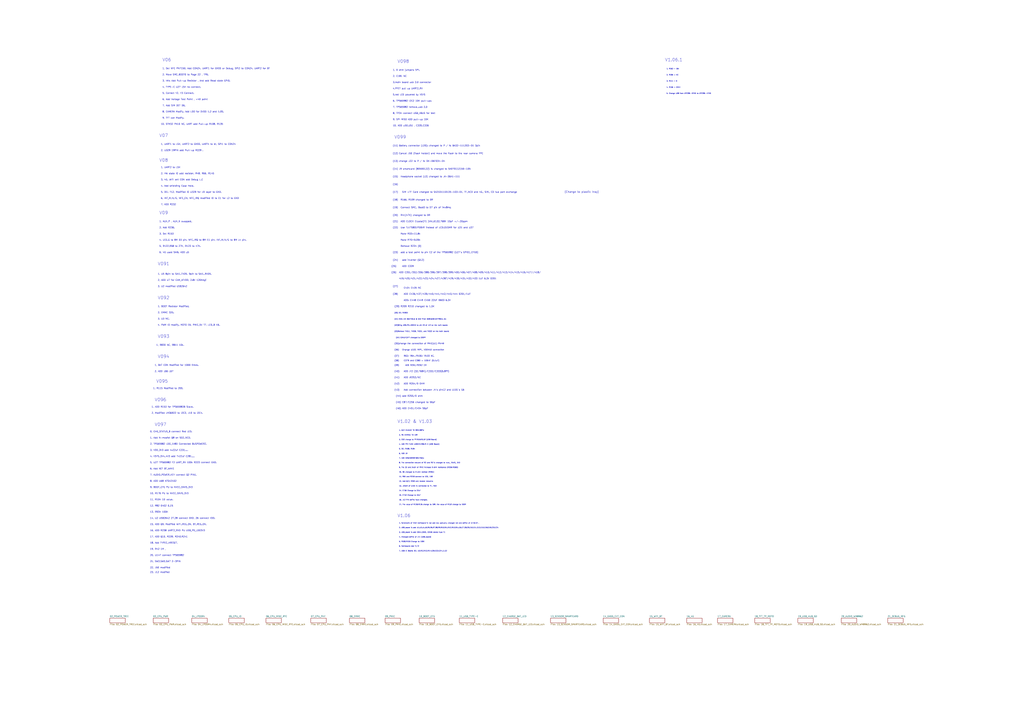
<source format=kicad_sch>
(kicad_sch
	(version 20250114)
	(generator "eeschema")
	(generator_version "9.0")
	(uuid "7ad6bc09-efbe-476e-83f0-a37c375fb717")
	(paper "A1")
	(title_block
		(title "Librem 5 Mainboard")
		(date "2024-03-21")
		(rev "v1.0.6.1")
		(company "Purism SPC")
		(comment 1 "GNU GPLv3+")
		(comment 2 "Copyright")
	)
	(lib_symbols)
	(text "V09"
		(exclude_from_sim no)
		(at 130.81 176.53 0)
		(effects
			(font
				(size 2.54 2.54)
			)
			(justify left bottom)
		)
		(uuid "03716f53-6ab5-431e-889f-8cf707f28526")
	)
	(text "12, R82 0402 0.1%"
		(exclude_from_sim no)
		(at 123.19 416.56 0)
		(effects
			(font
				(size 1.27 1.27)
			)
			(justify left bottom)
		)
		(uuid "04d97674-26c5-4379-8983-a0c0e8de6e31")
	)
	(text "R41(47K) changed to 0R"
		(exclude_from_sim no)
		(at 328.93 177.8 0)
		(effects
			(font
				(size 1.27 1.27)
			)
			(justify left bottom)
		)
		(uuid "05be52f8-4d44-46fe-bce9-6fd36c24f5bf")
	)
	(text "V091"
		(exclude_from_sim no)
		(at 129.54 218.44 0)
		(effects
			(font
				(size 2.54 2.54)
			)
			(justify left bottom)
		)
		(uuid "069986d1-9dc9-4007-bf30-7eb652b0cd3b")
	)
	(text "5,red LED powered by VSYS"
		(exclude_from_sim no)
		(at 322.58 78.74 0)
		(effects
			(font
				(size 1.27 1.27)
			)
			(justify left bottom)
		)
		(uuid "06e058d8-aaf9-4e47-8e0e-d6a0f7493841")
	)
	(text "6. Mainboard: Add T1,T2"
		(exclude_from_sim no)
		(at 327.66 449.58 0)
		(effects
			(font
				(size 0.889 0.889)
			)
			(justify left bottom)
		)
		(uuid "0ea15512-11f5-42dc-8b85-a07a85fb5cc8")
	)
	(text "16, ADD R238 UART2_RXD PU USB_PD_LDO3V3"
		(exclude_from_sim no)
		(at 123.19 436.88 0)
		(effects
			(font
				(size 1.27 1.27)
			)
			(justify left bottom)
		)
		(uuid "0ebf7795-d2dc-494a-8bfb-69e9a6ebd604")
	)
	(text "V1.06"
		(exclude_from_sim no)
		(at 326.39 425.45 0)
		(effects
			(font
				(size 2.54 2.54)
			)
			(justify left bottom)
		)
		(uuid "1363f284-7c56-4e9a-b1a3-da1b78ec81eb")
	)
	(text "2, ADD L66 L67"
		(exclude_from_sim no)
		(at 127 306.07 0)
		(effects
			(font
				(size 1.27 1.27)
			)
			(justify left bottom)
		)
		(uuid "199cd265-d43b-49e5-917d-7a353548e111")
	)
	(text "4, LED_G to 8M D3 pin. NFC_IRQ to 8M E1 pin, INT_M/A/G to 8M L4 pin."
		(exclude_from_sim no)
		(at 130.81 198.12 0)
		(effects
			(font
				(size 1.27 1.27)
			)
			(justify left bottom)
		)
		(uuid "1bc04c8e-561f-4ed7-b278-2f4a04da3da1")
	)
	(text "4, TYPE-C U27 LSX no connect."
		(exclude_from_sim no)
		(at 133.35 72.39 0)
		(effects
			(font
				(size 1.27 1.27)
			)
			(justify left bottom)
		)
		(uuid "1c502530-cbe4-4908-9272-fa4cc1684e1c")
	)
	(text "5, DEL F12, Modified IO U329 for L9 layer to GND."
		(exclude_from_sim no)
		(at 132.08 158.75 0)
		(effects
			(font
				(size 1.27 1.27)
			)
			(justify left bottom)
		)
		(uuid "1dd2559f-34ae-40dd-a173-4d9dd1a0c277")
	)
	(text "4, PWM IO modify. MOTO E6, PMIC_5V T7, LED_B K6."
		(exclude_from_sim no)
		(at 129.54 267.97 0)
		(effects
			(font
				(size 1.27 1.27)
			)
			(justify left bottom)
		)
		(uuid "21bd1461-36be-4c1c-9ec9-35c490a04b2b")
	)
	(text "6, INT_M/A/G, NFC_EN, NFC_IRQ modified IO to E1 for L2 to GND"
		(exclude_from_sim no)
		(at 132.08 163.83 0)
		(effects
			(font
				(size 1.27 1.27)
			)
			(justify left bottom)
		)
		(uuid "229d46a2-5a5e-4057-85f4-8f9cba4c058b")
	)
	(text "4. R136 = 22nH"
		(exclude_from_sim no)
		(at 547.37 72.39 0)
		(effects
			(font
				(size 0.889 0.889)
			)
			(justify left bottom)
		)
		(uuid "234f7ec3-206c-4791-b473-53ccd35460e5")
	)
	(text "R63/ R64,/R100/ R103 NC."
		(exclude_from_sim no)
		(at 331.47 293.37 0)
		(effects
			(font
				(size 1.143 1.143)
			)
			(justify left bottom)
		)
		(uuid "262a59bc-a5f4-4112-b7b2-1597b3b77218")
	)
	(text "(43)"
		(exclude_from_sim no)
		(at 323.85 321.31 0)
		(effects
			(font
				(size 1.27 1.27)
			)
			(justify left bottom)
		)
		(uuid "26fea5fe-902b-4f4c-ade9-df163e279f59")
	)
	(text "5. DEL R180, R184"
		(exclude_from_sim no)
		(at 327.66 369.57 0)
		(effects
			(font
				(size 0.889 0.889)
			)
			(justify left bottom)
		)
		(uuid "29a6d4c2-ade3-461a-85f0-4e8b51a127c8")
	)
	(text "6, Add NET BT_WAKE"
		(exclude_from_sim no)
		(at 123.19 386.08 0)
		(effects
			(font
				(size 1.27 1.27)
			)
			(justify left bottom)
		)
		(uuid "29c06f13-a177-4d20-a265-7cbad64e9dc1")
	)
	(text "2, EMMC 32G."
		(exclude_from_sim no)
		(at 129.54 257.81 0)
		(effects
			(font
				(size 1.27 1.27)
			)
			(justify left bottom)
		)
		(uuid "2bd719b5-6c80-4c22-bf28-d7cb7a1fbb53")
	)
	(text "2, ADD U7 for CAM_AFVDD, 2.8V 120mA¡£"
		(exclude_from_sim no)
		(at 129.54 231.14 0)
		(effects
			(font
				(size 1.27 1.27)
			)
			(justify left bottom)
		)
		(uuid "2c294bfb-592c-45d4-a42a-1e1c605d702f")
	)
	(text "19, R42 1M ,"
		(exclude_from_sim no)
		(at 123.19 452.12 0)
		(effects
			(font
				(size 1.27 1.27)
			)
			(justify left bottom)
		)
		(uuid "2d29a4c2-e43a-4432-92ec-070ee05c3b4a")
	)
	(text "(22)"
		(exclude_from_sim no)
		(at 322.58 187.96 0)
		(effects
			(font
				(size 1.27 1.27)
			)
			(justify left bottom)
		)
		(uuid "3047b16e-00a4-4450-a226-75314660f58f")
	)
	(text "ADD C339"
		(exclude_from_sim no)
		(at 330.2 219.71 0)
		(effects
			(font
				(size 1.27 1.27)
			)
			(justify left bottom)
		)
		(uuid "31baee4e-60b2-4ee3-af61-2d23f1c2247e")
	)
	(text "14, U2 USB2642 27,28 connect GND, 26 connect VDD."
		(exclude_from_sim no)
		(at 123.19 426.72 0)
		(effects
			(font
				(size 1.27 1.27)
			)
			(justify left bottom)
		)
		(uuid "31fbd5cf-ab27-4d1a-8fbd-4b38c36ffa04")
	)
	(text "2, U329 19PIN add Pull-up R229 ."
		(exclude_from_sim no)
		(at 132.08 124.46 0)
		(effects
			(font
				(size 1.27 1.27)
			)
			(justify left bottom)
		)
		(uuid "34bd8684-67dd-4230-b25d-a51f3ad5bc78")
	)
	(text "10. D6 changed to 0 ohm resistor (R261)"
		(exclude_from_sim no)
		(at 327.66 388.62 0)
		(effects
			(font
				(size 0.889 0.889)
			)
			(justify left bottom)
		)
		(uuid "3a025d57-baf3-4e74-b79b-e15d14b03abb")
	)
	(text "(13) change J22 to P / N: OK-06F034-04"
		(exclude_from_sim no)
		(at 322.58 133.35 0)
		(effects
			(font
				(size 1.27 1.27)
			)
			(justify left bottom)
		)
		(uuid "3ad4923d-6fbb-4661-90be-9d6e6aac4429")
	)
	(text "3. D10 change to PTVS16VS1UR (USB Board)"
		(exclude_from_sim no)
		(at 327.66 361.95 0)
		(effects
			(font
				(size 0.889 0.889)
			)
			(justify left bottom)
		)
		(uuid "3dd3d4b4-b7e1-44a4-b0d3-70853f442c56")
	)
	(text "3, Del R153"
		(exclude_from_sim no)
		(at 130.81 193.04 0)
		(effects
			(font
				(size 1.27 1.27)
			)
			(justify left bottom)
		)
		(uuid "3e6a9d44-91b6-4645-9732-a43c7385de49")
	)
	(text "Make R33=11.8k"
		(exclude_from_sim no)
		(at 328.93 193.04 0)
		(effects
			(font
				(size 1.27 1.27)
			)
			(justify left bottom)
		)
		(uuid "43afbbb2-b343-47db-8442-01d8d76f75ef")
	)
	(text "V098"
		(exclude_from_sim no)
		(at 326.39 52.07 0)
		(effects
			(font
				(size 2.54 2.54)
			)
			(justify left bottom)
		)
		(uuid "444d4370-8499-4671-a68f-98e4bece0e16")
	)
	(text "(29) R209 R210 changed to 1.5K"
		(exclude_from_sim no)
		(at 323.85 252.73 0)
		(effects
			(font
				(size 1.27 1.27)
			)
			(justify left bottom)
		)
		(uuid "475a0a07-a1ae-4733-8a9b-0427d964a301")
	)
	(text "V1.06.1"
		(exclude_from_sim no)
		(at 546.1 50.8 0)
		(effects
			(font
				(size 2.54 2.54)
			)
			(justify left bottom)
		)
		(uuid "48c82330-fae7-4e77-924d-fdb8b8d2ea74")
	)
	(text "Make R70=9.09k"
		(exclude_from_sim no)
		(at 328.93 198.12 0)
		(effects
			(font
				(size 1.27 1.27)
			)
			(justify left bottom)
		)
		(uuid "4c13be31-4fc2-4301-b1ff-4bd68d71ce96")
	)
	(text "6. ADD L9"
		(exclude_from_sim no)
		(at 327.66 373.38 0)
		(effects
			(font
				(size 0.889 0.889)
			)
			(justify left bottom)
		)
		(uuid "4d21c8c4-20a1-46ce-a21f-95f151d5561d")
	)
	(text "14. C736 Change to 22uF"
		(exclude_from_sim no)
		(at 327.66 403.86 0)
		(effects
			(font
				(size 0.889 0.889)
			)
			(justify left bottom)
		)
		(uuid "4d29e6d3-1e9e-4ac7-9e8b-8fc620ac598f")
	)
	(text "6, 4G used SAI6. ADD u5"
		(exclude_from_sim no)
		(at 130.81 208.28 0)
		(effects
			(font
				(size 1.27 1.27)
			)
			(justify left bottom)
		)
		(uuid "4e534803-2a49-4246-bb93-e452503dba95")
	)
	(text "1, UART1 to LSX, UART2 to GNSS, UART4 to bt, SPI1 to CON24"
		(exclude_from_sim no)
		(at 132.08 119.38 0)
		(effects
			(font
				(size 1.27 1.27)
			)
			(justify left bottom)
		)
		(uuid "4ed302c7-db07-4482-95ad-13a5d79f9414")
	)
	(text "2. R5 CHANGE TO 10R"
		(exclude_from_sim no)
		(at 327.66 358.14 0)
		(effects
			(font
				(size 0.889 0.889)
			)
			(justify left bottom)
		)
		(uuid "51451977-de45-4e64-a218-5fa938087aa8")
	)
	(text "18, Add TYPEC_HRESET,"
		(exclude_from_sim no)
		(at 123.19 447.04 0)
		(effects
			(font
				(size 1.27 1.27)
			)
			(justify left bottom)
		)
		(uuid "51716dc1-0883-4cd2-9963-287affb4427a")
	)
	(text "5, Correct Y2, Y3 Connect."
		(exclude_from_sim no)
		(at 133.35 77.47 0)
		(effects
			(font
				(size 1.27 1.27)
			)
			(justify left bottom)
		)
		(uuid "51df1bd9-9bb5-41b1-9cc3-0e13cbea4424")
	)
	(text "419/420/421/422/423/424/427/4287/429/430/431/432/433 1UF 6.3V 0201"
		(exclude_from_sim no)
		(at 327.66 229.87 0)
		(effects
			(font
				(size 1.27 1.27)
			)
			(justify left bottom)
		)
		(uuid "535c7c38-40b2-4118-bb02-7c3036abd978")
	)
	(text "C379 and C380 = 100nF (0.1uF)"
		(exclude_from_sim no)
		(at 331.47 297.18 0)
		(effects
			(font
				(size 1.143 1.143)
			)
			(justify left bottom)
		)
		(uuid "5528566f-793a-4373-8ec3-0d2177ebaa2c")
	)
	(text "2. R106 = NC"
		(exclude_from_sim no)
		(at 547.37 62.23 0)
		(effects
			(font
				(size 0.889 0.889)
			)
			(justify left bottom)
		)
		(uuid "55e37d34-94a6-47a3-ae97-a092ba63ff98")
	)
	(text "ADD C351/352/356/388/396/397/398/399/400/406/407/408/409/410/411/412/413/414/415/416/417//418/"
		(exclude_from_sim no)
		(at 327.66 224.79 0)
		(effects
			(font
				(size 1.27 1.27)
			)
			(justify left bottom)
		)
		(uuid "56b8a43d-f710-458c-bd92-f8ee9b2653d8")
	)
	(text "V1.02 & V1.03"
		(exclude_from_sim no)
		(at 326.39 347.98 0)
		(effects
			(font
				(size 2.54 2.54)
			)
			(justify left bottom)
		)
		(uuid "5738b400-360b-4813-a2f9-91ecaf63b10a")
	)
	(text "2, Modified LM36922 to I2C3, J10 to I2C4."
		(exclude_from_sim no)
		(at 124.46 340.36 0)
		(effects
			(font
				(size 1.27 1.27)
			)
			(justify left bottom)
		)
		(uuid "5b62015f-d89e-4056-8e77-551f481af635")
	)
	(text "5, R122,R58 to 27K, R123 to 47K."
		(exclude_from_sim no)
		(at 130.81 203.2 0)
		(effects
			(font
				(size 1.27 1.27)
			)
			(justify left bottom)
		)
		(uuid "5c664a7f-1636-4065-958c-0ac53d59af55")
	)
	(text "(16)"
		(exclude_from_sim no)
		(at 322.58 152.4 0)
		(effects
			(font
				(size 1.27 1.27)
			)
			(justify left bottom)
		)
		(uuid "5deafc1e-0ea3-422c-a16f-3057517a628c")
	)
	(text "3. USB_board is add CON4,CON5, CON9; delete fuse F1"
		(exclude_from_sim no)
		(at 327.66 438.15 0)
		(effects
			(font
				(size 0.889 0.889)
			)
			(justify left bottom)
		)
		(uuid "61fed068-8f1d-4a03-bd8a-5fa39f11b19f")
	)
	(text "8, TP34 connect USB_VBUS for test"
		(exclude_from_sim no)
		(at 322.58 93.98 0)
		(effects
			(font
				(size 1.27 1.27)
			)
			(justify left bottom)
		)
		(uuid "62cbb9b4-6b44-48e2-a134-eca09d7557b0")
	)
	(text "(31) ADD: LNA BGA725L6 & SAW filter B39162B4327P810. etc"
		(exclude_from_sim no)
		(at 323.85 262.89 0)
		(effects
			(font
				(size 0.889 0.889)
			)
			(justify left bottom)
		)
		(uuid "6314b30d-b748-4b32-8f7c-92e39ab6bcb5")
	)
	(text "9, TFT con Modify."
		(exclude_from_sim no)
		(at 133.35 97.79 0)
		(effects
			(font
				(size 1.27 1.27)
			)
			(justify left bottom)
		)
		(uuid "63c489d3-34fd-4483-a2af-e1cae64b8cbf")
	)
	(text "1, R830 NC, R811 10k."
		(exclude_from_sim no)
		(at 128.27 284.48 0)
		(effects
			(font
				(size 1.27 1.27)
			)
			(justify left bottom)
		)
		(uuid "642c86b5-00e5-4f89-ac75-a92da28586ba")
	)
	(text "(17)"
		(exclude_from_sim no)
		(at 322.58 158.75 0)
		(effects
			(font
				(size 1.27 1.27)
			)
			(justify left bottom)
		)
		(uuid "665d1988-58dd-4023-b740-5e1e3310114b")
	)
	(text "10, ADD u50,U51 , C335,C336"
		(exclude_from_sim no)
		(at 322.58 104.14 0)
		(effects
			(font
				(size 1.27 1.27)
			)
			(justify left bottom)
		)
		(uuid "6771e48c-d223-4c3f-914a-b281b6e6b294")
	)
	(text "(35)change the connection of PMIC(U1) Pin49"
		(exclude_from_sim no)
		(at 323.85 283.21 0)
		(effects
			(font
				(size 1.143 1.143)
			)
			(justify left bottom)
		)
		(uuid "67d6034c-b128-4e59-b254-694771dfcc37")
	)
	(text "(38)"
		(exclude_from_sim no)
		(at 323.85 297.18 0)
		(effects
			(font
				(size 1.143 1.143)
			)
			(justify left bottom)
		)
		(uuid "688dbcb2-3fc3-4191-9e22-f3559db41039")
	)
	(text "2. USB_board is add U1,U3,U4,U5,R5,R6,R7,R8,R9,R10,R11,R12,R13,R14,C6,C7,C8,C9,C10,C11,C12,C13,C18,C19,C23,C24"
		(exclude_from_sim no)
		(at 327.66 434.34 0)
		(effects
			(font
				(size 0.889 0.889)
			)
			(justify left bottom)
		)
		(uuid "694f893e-9e3f-46b3-834c-7697e3cd27e9")
	)
	(text "(15)"
		(exclude_from_sim no)
		(at 322.58 146.05 0)
		(effects
			(font
				(size 1.27 1.27)
			)
			(justify left bottom)
		)
		(uuid "69b97763-3264-4cfa-89b5-39c0828418ac")
	)
	(text "9, SPI MISO ADD pull-up 10K"
		(exclude_from_sim no)
		(at 322.58 99.06 0)
		(effects
			(font
				(size 1.27 1.27)
			)
			(justify left bottom)
		)
		(uuid "6cca5f1a-9ae3-4780-81af-4ebc6da9cf12")
	)
	(text "13, R934 100K"
		(exclude_from_sim no)
		(at 123.19 421.64 0)
		(effects
			(font
				(size 1.27 1.27)
			)
			(justify left bottom)
		)
		(uuid "6d44114a-f4bf-4a97-ba29-ff6e814eea93")
	)
	(text "V07"
		(exclude_from_sim no)
		(at 130.81 113.03 0)
		(effects
			(font
				(size 2.54 2.54)
			)
			(justify left bottom)
		)
		(uuid "6e78ce03-43ea-477e-9b88-7f00d866271a")
	)
	(text "17. The value of R118,R126 change to 18R, the value of R132 change to 100R"
		(exclude_from_sim no)
		(at 327.66 415.29 0)
		(effects
			(font
				(size 0.889 0.889)
			)
			(justify left bottom)
		)
		(uuid "70725eaf-fbf2-4e84-a7d4-955cf1d6a6c6")
	)
	(text "4. Changed define of J11 (USB_board)"
		(exclude_from_sim no)
		(at 327.66 441.96 0)
		(effects
			(font
				(size 0.889 0.889)
			)
			(justify left bottom)
		)
		(uuid "7111a59a-9d9a-4722-9db2-9d97640ca0f1")
	)
	(text "add inverter (Q12)"
		(exclude_from_sim no)
		(at 330.2 214.63 0)
		(effects
			(font
				(size 1.27 1.27)
			)
			(justify left bottom)
		)
		(uuid "7274d580-ffa6-4b06-82af-4a4fd737e9ba")
	)
	(text "2, C181 NC"
		(exclude_from_sim no)
		(at 322.58 63.5 0)
		(effects
			(font
				(size 1.27 1.27)
			)
			(justify left bottom)
		)
		(uuid "73a807d6-aae2-4bfb-8a5b-7f16be4812bd")
	)
	(text "10, R176 PU to NVCC_SNVS_3V3"
		(exclude_from_sim no)
		(at 123.19 406.4 0)
		(effects
			(font
				(size 1.27 1.27)
			)
			(justify left bottom)
		)
		(uuid "74c95c8f-a1ad-4b5a-8a4d-96ddef89083d")
	)
	(text "(18)"
		(exclude_from_sim no)
		(at 322.58 165.1 0)
		(effects
			(font
				(size 1.27 1.27)
			)
			(justify left bottom)
		)
		(uuid "751c0142-bb4b-4cf3-87bf-c0922590ecc3")
	)
	(text "1. Q12 CHANGE TO BSS138PW"
		(exclude_from_sim no)
		(at 327.66 354.33 0)
		(effects
			(font
				(size 0.889 0.889)
			)
			(justify left bottom)
		)
		(uuid "752597ba-ce43-4218-9744-9f377ad029e1")
	)
	(text "20, U147 connect TPS65982"
		(exclude_from_sim no)
		(at 123.19 457.2 0)
		(effects
			(font
				(size 1.27 1.27)
			)
			(justify left bottom)
		)
		(uuid "75ea4281-cd1b-4991-bcc1-1f44185403ee")
	)
	(text "1, U5 8pin to SAI1_TXD5, 9pin to SAI1_RXD5."
		(exclude_from_sim no)
		(at 129.54 226.06 0)
		(effects
			(font
				(size 1.27 1.27)
			)
			(justify left bottom)
		)
		(uuid "75f2ead3-3f34-42f1-97bc-6a24880143b1")
	)
	(text "15. C740 Change to 10uF"
		(exclude_from_sim no)
		(at 327.66 407.67 0)
		(effects
			(font
				(size 0.889 0.889)
			)
			(justify left bottom)
		)
		(uuid "79808915-7a77-41e4-aaec-0e0898742d96")
	)
	(text "4. ADD PTC FUSE :400CC1206LR-C (USB Board)"
		(exclude_from_sim no)
		(at 327.66 365.76 0)
		(effects
			(font
				(size 0.889 0.889)
			)
			(justify left bottom)
		)
		(uuid "7b6088b9-5ae8-4f19-8686-e41949604045")
	)
	(text "4, VSYS_3V4_4V3 add 7x22uf C281...."
		(exclude_from_sim no)
		(at 123.19 375.92 0)
		(effects
			(font
				(size 1.27 1.27)
			)
			(justify left bottom)
		)
		(uuid "7b63591a-a504-4cae-aaa3-b5ee447d20d4")
	)
	(text "3, U3 NC."
		(exclude_from_sim no)
		(at 129.54 262.89 0)
		(effects
			(font
				(size 1.27 1.27)
			)
			(justify left bottom)
		)
		(uuid "7dc5f9be-ef0a-4169-a108-cfc2cc94a6a1")
	)
	(text "3,main board usb 2.0 connector"
		(exclude_from_sim no)
		(at 322.58 68.58 0)
		(effects
			(font
				(size 1.27 1.27)
			)
			(justify left bottom)
		)
		(uuid "8018ad11-17c7-481d-a165-667b381ebc53")
	)
	(text "SIM +TF Card changed to SA2101110135-103-01, TF_NCD and 4G_ SIM_ CD two port exchange"
		(exclude_from_sim no)
		(at 330.2 158.75 0)
		(effects
			(font
				(size 1.27 1.27)
			)
			(justify left bottom)
		)
		(uuid "802e019c-7211-43ad-b92c-6abba4ffbe89")
	)
	(text "(41)"
		(exclude_from_sim no)
		(at 323.85 311.15 0)
		(effects
			(font
				(size 1.27 1.27)
			)
			(justify left bottom)
		)
		(uuid "80d7ec38-eb20-4fa9-97dc-dc87fd5f9ac9")
	)
	(text "ADD: C448 C449 C450 22UF 0603 6.3V"
		(exclude_from_sim no)
		(at 331.47 247.65 0)
		(effects
			(font
				(size 1.27 1.27)
			)
			(justify left bottom)
		)
		(uuid "82447f41-2029-4b13-8aa6-9f263228ab3a")
	)
	(text "(34) C343/C377 changed to 220PF"
		(exclude_from_sim no)
		(at 325.12 278.13 0)
		(effects
			(font
				(size 0.889 0.889)
			)
			(justify left bottom)
		)
		(uuid "837cabb3-71fe-4a1e-9d93-b557a44b4fb3")
	)
	(text "23, J12 modifed"
		(exclude_from_sim no)
		(at 123.19 471.17 0)
		(effects
			(font
				(size 1.27 1.27)
			)
			(justify left bottom)
		)
		(uuid "838d6a1e-9bda-4d6d-aae8-c1bcacb4d433")
	)
	(text "(21)"
		(exclude_from_sim no)
		(at 322.58 182.88 0)
		(effects
			(font
				(size 1.27 1.27)
			)
			(justify left bottom)
		)
		(uuid "845beee3-c7e2-473c-a366-589828b28d68")
	)
	(text "8, ADD U68 NTSX2102"
		(exclude_from_sim no)
		(at 123.19 396.24 0)
		(effects
			(font
				(size 1.27 1.27)
			)
			(justify left bottom)
		)
		(uuid "85083382-2bb9-4d4e-9258-4fc7924116e6")
	)
	(text "(25)"
		(exclude_from_sim no)
		(at 321.31 219.71 0)
		(effects
			(font
				(size 1.27 1.27)
			)
			(justify left bottom)
		)
		(uuid "85a576ed-ff01-4740-aae4-3df64bf03b3f")
	)
	(text "Connect SMC_ Boot0 to D7 pin of imx8mq"
		(exclude_from_sim no)
		(at 328.93 171.45 0)
		(effects
			(font
				(size 1.27 1.27)
			)
			(justify left bottom)
		)
		(uuid "86775a49-f17d-4181-80e5-1835462797f9")
	)
	(text "1, BOOT Resistor Modified."
		(exclude_from_sim no)
		(at 129.54 252.73 0)
		(effects
			(font
				(size 1.27 1.27)
			)
			(justify left bottom)
		)
		(uuid "86e09356-b5ad-4e9f-9863-2fcf863323af")
	)
	(text "R166, R109 changed to 0R"
		(exclude_from_sim no)
		(at 328.93 165.1 0)
		(effects
			(font
				(size 1.27 1.27)
			)
			(justify left bottom)
		)
		(uuid "8a7566be-72e9-409f-ba23-62483dc8f9b9")
	)
	(text "1, ADD R153 for TPS65983B Slave."
		(exclude_from_sim no)
		(at 124.46 335.28 0)
		(effects
			(font
				(size 1.27 1.27)
			)
			(justify left bottom)
		)
		(uuid "8aa88941-d585-47fa-9113-6d5d67765cdc")
	)
	(text "22, J50 modified"
		(exclude_from_sim no)
		(at 123.19 467.36 0)
		(effects
			(font
				(size 1.27 1.27)
			)
			(justify left bottom)
		)
		(uuid "8b61b8d8-9cb7-4810-9e46-46214e3da6e1")
	)
	(text "ADD CLOCK Crystal(Y1 )VALUE:32.768K 10pF +/-20ppm"
		(exclude_from_sim no)
		(at 328.93 182.88 0)
		(effects
			(font
				(size 1.27 1.27)
			)
			(justify left bottom)
		)
		(uuid "8be1a519-3ea4-4c6c-bb3e-4af7805ee8c2")
	)
	(text "Change U101 MIPI_ VDDHA3 connection"
		(exclude_from_sim no)
		(at 330.2 288.29 0)
		(effects
			(font
				(size 1.143 1.143)
			)
			(justify left bottom)
		)
		(uuid "8d5df98a-89a9-4a9e-a202-30d0532a35c0")
	)
	(text "10, STM32 PA10 NC. UART add Pull-up R108, R135"
		(exclude_from_sim no)
		(at 132.08 102.87 0)
		(effects
			(font
				(size 1.27 1.27)
			)
			(justify left bottom)
		)
		(uuid "918bcb5e-7654-4c31-aea2-e546165f9ab2")
	)
	(text "2, HW state IO add resister. R48, R66, R145"
		(exclude_from_sim no)
		(at 132.08 143.51 0)
		(effects
			(font
				(size 1.27 1.27)
			)
			(justify left bottom)
		)
		(uuid "929ef9d4-5cf1-4eb3-a842-033d35e0218f")
	)
	(text "(14) J9 smartcard (80500122) is changed to SA070112150-105"
		(exclude_from_sim no)
		(at 322.58 139.7 0)
		(effects
			(font
				(size 1.27 1.27)
			)
			(justify left bottom)
		)
		(uuid "935cfa58-5697-48ee-9245-4bed1bd688a5")
	)
	(text "4,PFET pull up UART2_RX"
		(exclude_from_sim no)
		(at 322.58 73.66 0)
		(effects
			(font
				(size 1.27 1.27)
			)
			(justify left bottom)
		)
		(uuid "9414fe75-d9ae-4191-a0d4-1c90a0e96b37")
	)
	(text "V097"
		(exclude_from_sim no)
		(at 127 350.52 0)
		(effects
			(font
				(size 2.54 2.54)
			)
			(justify left bottom)
		)
		(uuid "9488bfd7-0e2e-4249-aeed-d0b10a372243")
	)
	(text "(37)"
		(exclude_from_sim no)
		(at 323.85 293.37 0)
		(effects
			(font
				(size 1.143 1.143)
			)
			(justify left bottom)
		)
		(uuid "95db88c5-ee24-4ff8-9747-326b26f3e2d9")
	)
	(text "V099"
		(exclude_from_sim no)
		(at 323.85 114.3 0)
		(effects
			(font
				(size 2.54 2.54)
			)
			(justify left bottom)
		)
		(uuid "96ddb675-45fd-44fb-bdd5-41115686a96b")
	)
	(text "(33)Remove TVS11, TVS30, TVS31, and TVS32 on the main board:"
		(exclude_from_sim no)
		(at 323.85 273.05 0)
		(effects
			(font
				(size 0.889 0.889)
			)
			(justify left bottom)
		)
		(uuid "97590be4-30c9-4a23-b598-e93ae8132230")
	)
	(text "(40)"
		(exclude_from_sim no)
		(at 323.85 306.07 0)
		(effects
			(font
				(size 1.27 1.27)
			)
			(justify left bottom)
		)
		(uuid "97a793cf-ce57-4b6e-bb42-c9ee02048603")
	)
	(text "ADD :Y2 (32.768K)/C332/C333(6.8Pf)"
		(exclude_from_sim no)
		(at 331.47 306.07 0)
		(effects
			(font
				(size 1.27 1.27)
			)
			(justify left bottom)
		)
		(uuid "98937d2c-73b8-40e0-8360-dffab02e75a8")
	)
	(text "1, 0 ohm jumpers SPI."
		(exclude_from_sim no)
		(at 322.58 58.42 0)
		(effects
			(font
				(size 1.27 1.27)
			)
			(justify left bottom)
		)
		(uuid "993f6ec2-0422-40f5-a076-a9c2475fb5f8")
	)
	(text "11, R104 10 value."
		(exclude_from_sim no)
		(at 123.19 411.48 0)
		(effects
			(font
				(size 1.27 1.27)
			)
			(justify left bottom)
		)
		(uuid "99bd1222-7220-43be-9cc5-e0c370fa2615")
	)
	(text "7. USB-C Board: DEL U5,R12,R13,R14,C20,C23,C24,L1,C2"
		(exclude_from_sim no)
		(at 327.66 453.39 0)
		(effects
			(font
				(size 0.889 0.889)
			)
			(justify left bottom)
		)
		(uuid "99dc1b43-c926-4b64-b2ad-fc2a5a346cec")
	)
	(text "11. R55 and R218 connect to VDD_ 1V8"
		(exclude_from_sim no)
		(at 327.66 392.43 0)
		(effects
			(font
				(size 0.889 0.889)
			)
			(justify left bottom)
		)
		(uuid "9b2d89c0-63bc-4b33-a705-96271229dc2d")
	)
	(text "1, R115 Modified to 200."
		(exclude_from_sim no)
		(at 125.73 320.04 0)
		(effects
			(font
				(size 1.27 1.27)
			)
			(justify left bottom)
		)
		(uuid "9cd508a6-91de-4446-94e9-e87929253984")
	)
	(text "ADD R251/R252 1M"
		(exclude_from_sim no)
		(at 332.74 300.99 0)
		(effects
			(font
				(size 1.143 1.143)
			)
			(justify left bottom)
		)
		(uuid "9e23896d-2869-4903-bbde-560307bddbfa")
	)
	(text "3, 4G, WIFI ant CON add Debug L,C"
		(exclude_from_sim no)
		(at 132.08 148.59 0)
		(effects
			(font
				(size 1.27 1.27)
			)
			(justify left bottom)
		)
		(uuid "9e66b2f5-cbc5-483e-80a7-afbdc5dac71d")
	)
	(text "8, CAMERA Modify. Add LDO for DVDD 1.2 and 1.05."
		(exclude_from_sim no)
		(at 133.35 92.71 0)
		(effects
			(font
				(size 1.27 1.27)
			)
			(justify left bottom)
		)
		(uuid "9f48144b-353a-4001-bb85-246435723cf4")
	)
	(text "1, BAT CON Modified for 1000 times."
		(exclude_from_sim no)
		(at 127 300.99 0)
		(effects
			(font
				(size 1.27 1.27)
			)
			(justify left bottom)
		)
		(uuid "9f6eb6e0-3ad2-4114-8e38-17a98592a6ee")
	)
	(text "add a test point to pin C2 of the TPS65982 (U27's GPIO1_CFG0)"
		(exclude_from_sim no)
		(at 328.93 208.28 0)
		(effects
			(font
				(size 1.27 1.27)
			)
			(justify left bottom)
		)
		(uuid "a0ff520d-a070-4e19-a2a9-8539f54d7f72")
	)
	(text "(19)"
		(exclude_from_sim no)
		(at 322.58 171.45 0)
		(effects
			(font
				(size 1.27 1.27)
			)
			(justify left bottom)
		)
		(uuid "a191fe6f-189f-4f79-9d32-e9ebcf5004f3")
	)
	(text "2, Move SMC_BOOT0 to Page 22 , TP6."
		(exclude_from_sim no)
		(at 133.35 62.23 0)
		(effects
			(font
				(size 1.27 1.27)
			)
			(justify left bottom)
		)
		(uuid "a361e8ae-837d-4ead-80a5-b292cff2a8a5")
	)
	(text "(36)"
		(exclude_from_sim no)
		(at 323.85 288.29 0)
		(effects
			(font
				(size 1.143 1.143)
			)
			(justify left bottom)
		)
		(uuid "a4d67f23-a1eb-4e59-82bf-d9f58cb81636")
	)
	(text "(30) DEL R1903"
		(exclude_from_sim no)
		(at 323.85 257.81 0)
		(effects
			(font
				(size 0.889 0.889)
			)
			(justify left bottom)
		)
		(uuid "a5585893-831a-446a-b8d3-2b7bc9c75a5e")
	)
	(text "1, AUX_P , AUX_N swapped."
		(exclude_from_sim no)
		(at 130.81 182.88 0)
		(effects
			(font
				(size 1.27 1.27)
			)
			(justify left bottom)
		)
		(uuid "a5fccdad-8cec-4f1e-a668-a7e7e1c4f2b0")
	)
	(text "1. Schematic of V2.0 mainboard is not add new part,only changed net and define of J3 &J12 ."
		(exclude_from_sim no)
		(at 327.66 430.53 0)
		(effects
			(font
				(size 0.889 0.889)
			)
			(justify left bottom)
		)
		(uuid "a84e702b-7f72-4d8b-ac05-7c5cb9804886")
	)
	(text "(27)"
		(exclude_from_sim no)
		(at 322.58 236.22 0)
		(effects
			(font
				(size 1.27 1.27)
			)
			(justify left bottom)
		)
		(uuid "a928b914-93d3-4056-8776-5796b500a6fe")
	)
	(text "9. The 33 and 34pin of PMIC increase 0 ohm resistance (R259/R260)"
		(exclude_from_sim no)
		(at 327.66 384.81 0)
		(effects
			(font
				(size 0.889 0.889)
			)
			(justify left bottom)
		)
		(uuid "abf8b7b9-87c6-429f-969e-7450d0396999")
	)
	(text "1, UART2 to LSX"
		(exclude_from_sim no)
		(at 132.08 138.43 0)
		(effects
			(font
				(size 1.27 1.27)
			)
			(justify left bottom)
		)
		(uuid "ac428f0c-d095-4f4b-89fb-739314dc4b4f")
	)
	(text "17, ADD Q10, R239, R240,R241"
		(exclude_from_sim no)
		(at 123.19 441.96 0)
		(effects
			(font
				(size 1.27 1.27)
			)
			(justify left bottom)
		)
		(uuid "b0d4a523-93e2-4140-b210-48dba8b58759")
	)
	(text "(Change to plastic tray)"
		(exclude_from_sim no)
		(at 463.55 158.75 0)
		(effects
			(font
				(size 1.524 1.524)
			)
			(justify left bottom)
		)
		(uuid "b40fc6b3-8db0-49d9-99eb-5671a222bd87")
	)
	(text "5. R100,R103 Change to 100K"
		(exclude_from_sim no)
		(at 327.66 445.77 0)
		(effects
			(font
				(size 0.889 0.889)
			)
			(justify left bottom)
		)
		(uuid "b6027745-a0a8-4081-ae0b-30a2072d1810")
	)
	(text "7, Add SIM DET D6."
		(exclude_from_sim no)
		(at 133.35 87.63 0)
		(effects
			(font
				(size 1.27 1.27)
			)
			(justify left bottom)
		)
		(uuid "b648e51a-4608-4f99-9d8c-e9c71c5643d6")
	)
	(text "6, TPS65982 I2C2 10K pull-ups"
		(exclude_from_sim no)
		(at 322.58 83.82 0)
		(effects
			(font
				(size 1.27 1.27)
			)
			(justify left bottom)
		)
		(uuid "b7ef1295-dc24-426f-a2c6-72441c68630b")
	)
	(text "7, TPS65982 remove_usb 2.0"
		(exclude_from_sim no)
		(at 322.58 88.9 0)
		(effects
			(font
				(size 1.27 1.27)
			)
			(justify left bottom)
		)
		(uuid "b90cfbdb-955d-4dba-a6f0-2ab947f87de1")
	)
	(text "1. R163 = 16k"
		(exclude_from_sim no)
		(at 547.37 57.15 0)
		(effects
			(font
				(size 0.889 0.889)
			)
			(justify left bottom)
		)
		(uuid "b93899a2-aff2-4cb0-9299-c56c50be47d5")
	)
	(text "(26)"
		(exclude_from_sim no)
		(at 321.31 224.79 0)
		(effects
			(font
				(size 1.27 1.27)
			)
			(justify left bottom)
		)
		(uuid "b97776bd-2cd3-4671-af8e-a2d7d9bf2594")
	)
	(text "(24)"
		(exclude_from_sim no)
		(at 322.58 214.63 0)
		(effects
			(font
				(size 1.27 1.27)
			)
			(justify left bottom)
		)
		(uuid "b97a5070-2d11-43d9-b645-8029eb1f229d")
	)
	(text "1, Add N-mosfet Q8 on SD2_NCD."
		(exclude_from_sim no)
		(at 123.19 360.68 0)
		(effects
			(font
				(size 1.27 1.27)
			)
			(justify left bottom)
		)
		(uuid "b9e47e10-507f-42b9-891f-c1f4723a4b14")
	)
	(text "3. R144 = 0"
		(exclude_from_sim no)
		(at 547.37 67.31 0)
		(effects
			(font
				(size 0.889 0.889)
			)
			(justify left bottom)
		)
		(uuid "bb0f3492-87c5-47ae-acba-bd8deace8371")
	)
	(text "V095"
		(exclude_from_sim no)
		(at 128.27 314.96 0)
		(effects
			(font
				(size 2.54 2.54)
			)
			(justify left bottom)
		)
		(uuid "bb4977ad-13e2-48cb-a741-7e1dc0d541ff")
	)
	(text "ADD R254/0 OHM"
		(exclude_from_sim no)
		(at 331.47 316.23 0)
		(effects
			(font
				(size 1.27 1.27)
			)
			(justify left bottom)
		)
		(uuid "be9c26cc-8fab-48a1-b275-134dce08410c")
	)
	(text "2, Add R236."
		(exclude_from_sim no)
		(at 130.81 187.96 0)
		(effects
			(font
				(size 1.27 1.27)
			)
			(justify left bottom)
		)
		(uuid "bf5eb40c-fd56-4a4e-8a20-4c59165760b5")
	)
	(text "(20)"
		(exclude_from_sim no)
		(at 322.58 177.8 0)
		(effects
			(font
				(size 1.27 1.27)
			)
			(justify left bottom)
		)
		(uuid "c0e3a026-3b83-4339-8944-be2f4716a10d")
	)
	(text "V093"
		(exclude_from_sim no)
		(at 129.54 278.13 0)
		(effects
			(font
				(size 2.54 2.54)
			)
			(justify left bottom)
		)
		(uuid "c21f20f7-3a7f-45b2-bd4f-b8ab0cc29e05")
	)
	(text "(44) add R255/0 ohm"
		(exclude_from_sim no)
		(at 325.12 326.39 0)
		(effects
			(font
				(size 1.27 1.27)
			)
			(justify left bottom)
		)
		(uuid "c2a53568-596d-4143-baf1-c590f3996e1e")
	)
	(text "Headphone socket (J2) changed to JA-36A1-111"
		(exclude_from_sim no)
		(at 328.93 146.05 0)
		(effects
			(font
				(size 1.27 1.27)
			)
			(justify left bottom)
		)
		(uuid "c453a5ca-3ca0-4d4b-847f-0dbd923927c0")
	)
	(text "V06"
		(exclude_from_sim no)
		(at 133.35 50.8 0)
		(effects
			(font
				(size 2.54 2.54)
			)
			(justify left bottom)
		)
		(uuid "c79bff07-b347-4fd9-beab-83883b68ada8")
	)
	(text "3, VDD_3V3 add 4x22uf C231...."
		(exclude_from_sim no)
		(at 123.19 370.84 0)
		(effects
			(font
				(size 1.27 1.27)
			)
			(justify left bottom)
		)
		(uuid "c7f8d15a-90cc-41e0-ac2f-03d6a21547ff")
	)
	(text "ADD C436/437/439/440/441/442/443/444 0201/1UF"
		(exclude_from_sim no)
		(at 331.47 242.57 0)
		(effects
			(font
				(size 1.27 1.27)
			)
			(justify left bottom)
		)
		(uuid "c878956c-cbbc-4413-b84f-210a1d292708")
	)
	(text "5. Change U38 from AP2281-3FMG to AP2281-1FMG"
		(exclude_from_sim no)
		(at 547.37 77.47 0)
		(effects
			(font
				(size 0.889 0.889)
			)
			(justify left bottom)
		)
		(uuid "c9cde47d-006c-45ab-936b-0a2d9f491735")
	)
	(text "7, AUDIO_POWER_KEY connect Q2 PIN1."
		(exclude_from_sim no)
		(at 123.19 391.16 0)
		(effects
			(font
				(size 1.27 1.27)
			)
			(justify left bottom)
		)
		(uuid "c9e261de-8705-492f-9e0a-8e2e1204ac02")
	)
	(text "3, HKs Add Pull-up Resistor , And add Read state GPIO."
		(exclude_from_sim no)
		(at 133.35 67.31 0)
		(effects
			(font
				(size 1.27 1.27)
			)
			(justify left bottom)
		)
		(uuid "caec4d6b-67cf-4080-ac97-c2bcde8c0a3e")
	)
	(text "(23)"
		(exclude_from_sim no)
		(at 322.58 208.28 0)
		(effects
			(font
				(size 1.27 1.27)
			)
			(justify left bottom)
		)
		(uuid "cf003e91-1e60-422a-81ab-d0d54af3511c")
	)
	(text "7. ADD D25(NSR20F30NXT5G);"
		(exclude_from_sim no)
		(at 327.66 377.19 0)
		(effects
			(font
				(size 0.889 0.889)
			)
			(justify left bottom)
		)
		(uuid "d207fd1a-8426-4009-8f22-3415ebdb066d")
	)
	(text "Use TLV75801PDBVR instead of LCDL015MR for U21 and U37"
		(exclude_from_sim no)
		(at 328.93 187.96 0)
		(effects
			(font
				(size 1.27 1.27)
			)
			(justify left bottom)
		)
		(uuid "d2984652-cbe8-41ea-bb88-8d2c9b1c976b")
	)
	(text "9, BOOT_CFG PU to NVCC_SNVS_3V3"
		(exclude_from_sim no)
		(at 123.19 401.32 0)
		(effects
			(font
				(size 1.27 1.27)
			)
			(justify left bottom)
		)
		(uuid "d74e9df2-4af6-4fa3-8de8-df0c7877e9a4")
	)
	(text "3, U2 modified USB2642"
		(exclude_from_sim no)
		(at 129.54 236.22 0)
		(effects
			(font
				(size 1.27 1.27)
			)
			(justify left bottom)
		)
		(uuid "d7edc80d-ac15-4300-95a1-80d2e6ef8b22")
	)
	(text "4, Add shielding Case Hold."
		(exclude_from_sim no)
		(at 132.08 153.67 0)
		(effects
			(font
				(size 1.27 1.27)
			)
			(justify left bottom)
		)
		(uuid "d8b7ad60-d4ff-4cb5-b32f-b481d47f45a6")
	)
	(text "12. Add Q13, R263 and related networks"
		(exclude_from_sim no)
		(at 327.66 396.24 0)
		(effects
			(font
				(size 0.889 0.889)
			)
			(justify left bottom)
		)
		(uuid "dafd3d41-8220-4374-9b57-2fd71372afc5")
	)
	(text "7, ADD R232"
		(exclude_from_sim no)
		(at 132.08 168.91 0)
		(effects
			(font
				(size 1.27 1.27)
			)
			(justify left bottom)
		)
		(uuid "dc14a416-65c8-4613-ad49-f4cc09d04edd")
	)
	(text "ADD :R253/NC"
		(exclude_from_sim no)
		(at 331.47 311.15 0)
		(effects
			(font
				(size 1.27 1.27)
			)
			(justify left bottom)
		)
		(uuid "dd9c4a0a-7070-4e16-ab3f-a048a90b2d1a")
	)
	(text "6, Add Voltage Test Point , >40 point"
		(exclude_from_sim no)
		(at 133.35 82.55 0)
		(effects
			(font
				(size 1.27 1.27)
			)
			(justify left bottom)
		)
		(uuid "dd9da85a-47f9-4ad2-bd07-e2db56aabe7e")
	)
	(text "(42)"
		(exclude_from_sim no)
		(at 323.85 316.23 0)
		(effects
			(font
				(size 1.27 1.27)
			)
			(justify left bottom)
		)
		(uuid "dde6673a-9710-4be9-9dc9-bd759226e544")
	)
	(text "(45) C87/C256 changed to 56pF"
		(exclude_from_sim no)
		(at 325.12 331.47 0)
		(effects
			(font
				(size 1.27 1.27)
			)
			(justify left bottom)
		)
		(uuid "de75a64a-d0a9-4769-aed0-a842e72ad771")
	)
	(text "Add connection between J4's pin12 and U101's G6"
		(exclude_from_sim no)
		(at 331.47 321.31 0)
		(effects
			(font
				(size 1.27 1.27)
			)
			(justify left bottom)
		)
		(uuid "deafeae5-3f47-48eb-aee8-d656d0a5e8e3")
	)
	(text "Remove R234 (0)"
		(exclude_from_sim no)
		(at 328.93 203.2 0)
		(effects
			(font
				(size 1.27 1.27)
			)
			(justify left bottom)
		)
		(uuid "dfc15c18-63af-46f7-bd95-5bd021a0a452")
	)
	(text "1, Del NFC PN7150, Add CON24, UART1 for GNSS or Debug, SPI2 to CON24, UART2 for BT"
		(exclude_from_sim no)
		(at 133.35 57.15 0)
		(effects
			(font
				(size 1.27 1.27)
			)
			(justify left bottom)
		)
		(uuid "e285ccf1-7f16-4278-92e1-035ea6c82e44")
	)
	(text "15, ADD Q9, Modified WIFI_REG_ON, BT_REG_ON."
		(exclude_from_sim no)
		(at 123.19 431.8 0)
		(effects
			(font
				(size 1.27 1.27)
			)
			(justify left bottom)
		)
		(uuid "e2d01715-e14a-4004-ae45-82687ab78fcf")
	)
	(text "C434 C435 NC"
		(exclude_from_sim no)
		(at 331.47 237.49 0)
		(effects
			(font
				(size 1.27 1.27)
			)
			(justify left bottom)
		)
		(uuid "e32c598c-b16d-4c3d-b194-275f86ffa05a")
	)
	(text "V096"
		(exclude_from_sim no)
		(at 127 330.2 0)
		(effects
			(font
				(size 2.54 2.54)
			)
			(justify left bottom)
		)
		(uuid "e558b28d-4df0-4ff9-943d-13c953090dcc")
	)
	(text "(32)Bring USB_PD_LDO3V3 to pin 23 of J12 on the main board:"
		(exclude_from_sim no)
		(at 323.85 267.97 0)
		(effects
			(font
				(size 0.889 0.889)
			)
			(justify left bottom)
		)
		(uuid "e649fd80-7874-47bc-98ca-0bdf89171e84")
	)
	(text "(12) Cancel J50 (flash holder) and move the flash to the rear camera FPC"
		(exclude_from_sim no)
		(at 322.58 127 0)
		(effects
			(font
				(size 1.27 1.27)
			)
			(justify left bottom)
		)
		(uuid "e9b375f1-cf1c-4405-ad33-036fce67e79a")
	)
	(text "8. The connection network of R2 and R3 is changed to nvcc_ SNVS_ 3V3"
		(exclude_from_sim no)
		(at 327.66 381 0)
		(effects
			(font
				(size 0.889 0.889)
			)
			(justify left bottom)
		)
		(uuid "eb583ccb-1aae-431c-ae83-e022f92a7bd4")
	)
	(text "(46) ADD C451/C454 56pF"
		(exclude_from_sim no)
		(at 325.12 336.55 0)
		(effects
			(font
				(size 1.27 1.27)
			)
			(justify left bottom)
		)
		(uuid "f0db93c1-abca-4b07-806e-9101d1448a7d")
	)
	(text "V092"
		(exclude_from_sim no)
		(at 129.54 246.38 0)
		(effects
			(font
				(size 2.54 2.54)
			)
			(justify left bottom)
		)
		(uuid "f110b9fc-d3c9-4d7b-94d5-df11e3dadbdc")
	)
	(text "2, TPS65982 LDO_1V8D Connected BUSPOWERZ."
		(exclude_from_sim no)
		(at 123.19 365.76 0)
		(effects
			(font
				(size 1.27 1.27)
			)
			(justify left bottom)
		)
		(uuid "f2b4ccd6-6da3-4724-8492-ac5ba7c044f4")
	)
	(text "16. J12 PIN define have changed."
		(exclude_from_sim no)
		(at 327.66 411.48 0)
		(effects
			(font
				(size 0.889 0.889)
			)
			(justify left bottom)
		)
		(uuid "f51351e5-fdcd-4384-81d6-3cd866f3e170")
	)
	(text "13. J22pin of U101 is connected to TF_ NCD"
		(exclude_from_sim no)
		(at 327.66 400.05 0)
		(effects
			(font
				(size 0.889 0.889)
			)
			(justify left bottom)
		)
		(uuid "f609ada3-204d-4914-97ab-2b8f14e9b5f9")
	)
	(text "V08"
		(exclude_from_sim no)
		(at 130.81 133.35 0)
		(effects
			(font
				(size 2.54 2.54)
			)
			(justify left bottom)
		)
		(uuid "f6a77763-c48b-412e-aaaf-b634aecf1a45")
	)
	(text "(28)"
		(exclude_from_sim no)
		(at 322.58 242.57 0)
		(effects
			(font
				(size 1.27 1.27)
			)
			(justify left bottom)
		)
		(uuid "f7f05e59-e218-4d5c-9695-b97a240d6999")
	)
	(text "(11) Battery connector (J20): changed to P / N: BA32-111203-01 3pin"
		(exclude_from_sim no)
		(at 322.58 120.65 0)
		(effects
			(font
				(size 1.27 1.27)
			)
			(justify left bottom)
		)
		(uuid "f942c7d3-768c-435b-af83-90d51793f3e8")
	)
	(text "V094"
		(exclude_from_sim no)
		(at 129.54 294.64 0)
		(effects
			(font
				(size 2.54 2.54)
			)
			(justify left bottom)
		)
		(uuid "f97643eb-c470-4747-81c2-1038bc0f25b1")
	)
	(text "5, U27 TPS65982 F2 UART_RX 100k R223 connect GND."
		(exclude_from_sim no)
		(at 123.19 381 0)
		(effects
			(font
				(size 1.27 1.27)
			)
			(justify left bottom)
		)
		(uuid "fa3ef801-3069-4b89-ab2f-7105aaf2f604")
	)
	(text "21, SW3,SW5,SW7 2-3PIN"
		(exclude_from_sim no)
		(at 123.19 462.28 0)
		(effects
			(font
				(size 1.27 1.27)
			)
			(justify left bottom)
		)
		(uuid "fd62e319-48ab-4d90-a3ba-f1464cf50717")
	)
	(text "(39)"
		(exclude_from_sim no)
		(at 323.85 300.99 0)
		(effects
			(font
				(size 1.143 1.143)
			)
			(justify left bottom)
		)
		(uuid "fe5cc552-669e-4a7d-a9ed-ce23f3673ce4")
	)
	(text "0, CHG_STATUS_B connect Red LED."
		(exclude_from_sim no)
		(at 123.19 355.6 0)
		(effects
			(font
				(size 1.27 1.27)
			)
			(justify left bottom)
		)
		(uuid "ff92c3de-8fdc-4636-ab64-cf5e43bdb9da")
	)
	(sheet
		(at 563.88 508)
		(size 12.7 3.81)
		(exclude_from_sim no)
		(in_bom yes)
		(on_board yes)
		(dnp no)
		(fields_autoplaced yes)
		(stroke
			(width 0.1524)
			(type solid)
		)
		(fill
			(color 0 0 0 0.0000)
		)
		(uuid "115a8a8a-d47c-48b2-b28f-d30f142ce1a9")
		(property "Sheetname" "16_4G"
			(at 563.88 507.2884 0)
			(effects
				(font
					(size 1.27 1.27)
				)
				(justify left bottom)
			)
		)
		(property "Sheetfile" "16_4G.kicad_sch"
			(at 563.88 512.3946 0)
			(effects
				(font
					(size 1.27 1.27)
				)
				(justify left top)
			)
		)
		(instances
			(project "librem5_mainboard"
				(path "/7ad6bc09-efbe-476e-83f0-a37c375fb717"
					(page "16")
				)
			)
		)
	)
	(sheet
		(at 495.3 508)
		(size 12.7 3.81)
		(exclude_from_sim no)
		(in_bom yes)
		(on_board yes)
		(dnp no)
		(fields_autoplaced yes)
		(stroke
			(width 0.1524)
			(type solid)
		)
		(fill
			(color 0 0 0 0.0000)
		)
		(uuid "14e5b01a-66c5-474c-9cad-68033e54a445")
		(property "Sheetname" "14_GNSS_EXT_CON"
			(at 495.3 507.2884 0)
			(effects
				(font
					(size 1.27 1.27)
				)
				(justify left bottom)
			)
		)
		(property "Sheetfile" "14_GNSS_EXT_CON.kicad_sch"
			(at 495.3 512.3946 0)
			(effects
				(font
					(size 1.27 1.27)
				)
				(justify left top)
			)
		)
		(instances
			(project "librem5_mainboard"
				(path "/7ad6bc09-efbe-476e-83f0-a37c375fb717"
					(page "14")
				)
			)
		)
	)
	(sheet
		(at 287.02 508)
		(size 12.7 3.81)
		(exclude_from_sim no)
		(in_bom yes)
		(on_board yes)
		(dnp no)
		(fields_autoplaced yes)
		(stroke
			(width 0.1524)
			(type solid)
		)
		(fill
			(color 0 0 0 0.0000)
		)
		(uuid "159f2f9e-0615-47f0-a9de-c4fe4d9084b4")
		(property "Sheetname" "08_EMMC"
			(at 287.02 507.2884 0)
			(effects
				(font
					(size 1.27 1.27)
				)
				(justify left bottom)
			)
		)
		(property "Sheetfile" "08_EMMC.kicad_sch"
			(at 287.02 512.3946 0)
			(effects
				(font
					(size 1.27 1.27)
				)
				(justify left top)
			)
		)
		(instances
			(project "librem5_mainboard"
				(path "/7ad6bc09-efbe-476e-83f0-a37c375fb717"
					(page "8")
				)
			)
		)
	)
	(sheet
		(at 255.27 508)
		(size 12.7 3.81)
		(exclude_from_sim no)
		(in_bom yes)
		(on_board yes)
		(dnp no)
		(fields_autoplaced yes)
		(stroke
			(width 0.1524)
			(type solid)
		)
		(fill
			(color 0 0 0 0.0000)
		)
		(uuid "303380df-9db1-48cc-8368-698bedf49552")
		(property "Sheetname" "07_CPU_PHY"
			(at 255.27 507.2884 0)
			(effects
				(font
					(size 1.27 1.27)
				)
				(justify left bottom)
			)
		)
		(property "Sheetfile" "07_CPU_PHY.kicad_sch"
			(at 255.27 512.3946 0)
			(effects
				(font
					(size 1.27 1.27)
				)
				(justify left top)
			)
		)
		(instances
			(project "librem5_mainboard"
				(path "/7ad6bc09-efbe-476e-83f0-a37c375fb717"
					(page "7")
				)
			)
		)
	)
	(sheet
		(at 157.48 508)
		(size 12.7 3.81)
		(exclude_from_sim no)
		(in_bom yes)
		(on_board yes)
		(dnp no)
		(fields_autoplaced yes)
		(stroke
			(width 0.1524)
			(type solid)
		)
		(fill
			(color 0 0 0 0.0000)
		)
		(uuid "320530a2-a10a-4c91-a13f-cbaa90981e8b")
		(property "Sheetname" "04_LPDDR4"
			(at 157.48 507.2884 0)
			(effects
				(font
					(size 1.27 1.27)
				)
				(justify left bottom)
			)
		)
		(property "Sheetfile" "04_LPDDR4.kicad_sch"
			(at 157.48 512.3946 0)
			(effects
				(font
					(size 1.27 1.27)
				)
				(justify left top)
			)
		)
		(instances
			(project "librem5_mainboard"
				(path "/7ad6bc09-efbe-476e-83f0-a37c375fb717"
					(page "4")
				)
			)
		)
	)
	(sheet
		(at 589.28 508)
		(size 12.7 3.81)
		(exclude_from_sim no)
		(in_bom yes)
		(on_board yes)
		(dnp no)
		(fields_autoplaced yes)
		(stroke
			(width 0.1524)
			(type solid)
		)
		(fill
			(color 0 0 0 0.0000)
		)
		(uuid "3258c66e-b059-455a-84c4-b92b355a3b77")
		(property "Sheetname" "17_CAMERA"
			(at 589.28 507.2884 0)
			(effects
				(font
					(size 1.27 1.27)
				)
				(justify left bottom)
			)
		)
		(property "Sheetfile" "17_CAMERA.kicad_sch"
			(at 589.28 512.3946 0)
			(effects
				(font
					(size 1.27 1.27)
				)
				(justify left top)
			)
		)
		(instances
			(project "librem5_mainboard"
				(path "/7ad6bc09-efbe-476e-83f0-a37c375fb717"
					(page "17")
				)
			)
		)
	)
	(sheet
		(at 728.98 508)
		(size 12.7 3.81)
		(exclude_from_sim no)
		(in_bom yes)
		(on_board yes)
		(dnp no)
		(fields_autoplaced yes)
		(stroke
			(width 0.1524)
			(type solid)
		)
		(fill
			(color 0 0 0 0.0000)
		)
		(uuid "3406fcc0-6036-444e-9046-c4de03c763a9")
		(property "Sheetname" "21_DEBUG_MFG"
			(at 728.98 507.2884 0)
			(effects
				(font
					(size 1.27 1.27)
				)
				(justify left bottom)
			)
		)
		(property "Sheetfile" "21_DEBUG_MFG.kicad_sch"
			(at 728.98 512.3946 0)
			(effects
				(font
					(size 1.27 1.27)
				)
				(justify left top)
			)
		)
		(instances
			(project "librem5_mainboard"
				(path "/7ad6bc09-efbe-476e-83f0-a37c375fb717"
					(page "21")
				)
			)
		)
	)
	(sheet
		(at 452.12 508)
		(size 12.7 3.81)
		(exclude_from_sim no)
		(in_bom yes)
		(on_board yes)
		(dnp no)
		(fields_autoplaced yes)
		(stroke
			(width 0.1524)
			(type solid)
		)
		(fill
			(color 0 0 0 0.0000)
		)
		(uuid "38f14772-5743-42ee-b41a-9ab2c1b9358d")
		(property "Sheetname" "13_SENSOR_SMARTCARD"
			(at 452.12 507.2884 0)
			(effects
				(font
					(size 1.27 1.27)
				)
				(justify left bottom)
			)
		)
		(property "Sheetfile" "13_SENSOR_SMARTCARD.kicad_sch"
			(at 452.12 512.3946 0)
			(effects
				(font
					(size 1.27 1.27)
				)
				(justify left top)
			)
		)
		(instances
			(project "librem5_mainboard"
				(path "/7ad6bc09-efbe-476e-83f0-a37c375fb717"
					(page "13")
				)
			)
		)
	)
	(sheet
		(at 690.88 508)
		(size 12.7 3.81)
		(exclude_from_sim no)
		(in_bom yes)
		(on_board yes)
		(dnp no)
		(fields_autoplaced yes)
		(stroke
			(width 0.1524)
			(type solid)
		)
		(fill
			(color 0 0 0 0.0000)
		)
		(uuid "39cf0f8a-5588-4d21-b993-d62b6ce8484c")
		(property "Sheetname" "20_AUDIO_WM8962"
			(at 690.88 507.2884 0)
			(effects
				(font
					(size 1.27 1.27)
				)
				(justify left bottom)
			)
		)
		(property "Sheetfile" "20_AUDIO_WM8962.kicad_sch"
			(at 690.88 512.3946 0)
			(effects
				(font
					(size 1.27 1.27)
				)
				(justify left top)
			)
		)
		(instances
			(project "librem5_mainboard"
				(path "/7ad6bc09-efbe-476e-83f0-a37c375fb717"
					(page "20")
				)
			)
		)
	)
	(sheet
		(at 344.17 508)
		(size 12.7 3.81)
		(exclude_from_sim no)
		(in_bom yes)
		(on_board yes)
		(dnp no)
		(fields_autoplaced yes)
		(stroke
			(width 0.1524)
			(type solid)
		)
		(fill
			(color 0 0 0 0.0000)
		)
		(uuid "5f14ee0a-518b-4f0b-9cf6-9d0c176a69ad")
		(property "Sheetname" "10_BOOT_CFG"
			(at 344.17 507.2884 0)
			(effects
				(font
					(size 1.27 1.27)
				)
				(justify left bottom)
			)
		)
		(property "Sheetfile" "10_BOOT_CFG.kicad_sch"
			(at 344.17 512.3946 0)
			(effects
				(font
					(size 1.27 1.27)
				)
				(justify left top)
			)
		)
		(instances
			(project "librem5_mainboard"
				(path "/7ad6bc09-efbe-476e-83f0-a37c375fb717"
					(page "10")
				)
			)
		)
	)
	(sheet
		(at 412.75 508)
		(size 12.7 3.81)
		(exclude_from_sim no)
		(in_bom yes)
		(on_board yes)
		(dnp no)
		(fields_autoplaced yes)
		(stroke
			(width 0.1524)
			(type solid)
		)
		(fill
			(color 0 0 0 0.0000)
		)
		(uuid "6bad9d96-e562-462b-8cd4-61c3977a0816")
		(property "Sheetname" "12_CHARGE_BAT_LED"
			(at 412.75 507.2884 0)
			(effects
				(font
					(size 1.27 1.27)
				)
				(justify left bottom)
			)
		)
		(property "Sheetfile" "12_CHARGE_BAT_LED.kicad_sch"
			(at 412.75 512.3946 0)
			(effects
				(font
					(size 1.27 1.27)
				)
				(justify left top)
			)
		)
		(instances
			(project "librem5_mainboard"
				(path "/7ad6bc09-efbe-476e-83f0-a37c375fb717"
					(page "12")
				)
			)
		)
	)
	(sheet
		(at 218.44 508)
		(size 12.7 3.81)
		(exclude_from_sim no)
		(in_bom yes)
		(on_board yes)
		(dnp no)
		(fields_autoplaced yes)
		(stroke
			(width 0.1524)
			(type solid)
		)
		(fill
			(color 0 0 0 0.0000)
		)
		(uuid "841151ef-a8a1-45aa-a1b1-c56965e8bcc3")
		(property "Sheetname" "06_CPU_MISC_RTC"
			(at 218.44 507.2884 0)
			(effects
				(font
					(size 1.27 1.27)
				)
				(justify left bottom)
			)
		)
		(property "Sheetfile" "06_CPU_MISC_RTC.kicad_sch"
			(at 218.44 512.3946 0)
			(effects
				(font
					(size 1.27 1.27)
				)
				(justify left top)
			)
		)
		(instances
			(project "librem5_mainboard"
				(path "/7ad6bc09-efbe-476e-83f0-a37c375fb717"
					(page "6")
				)
			)
		)
	)
	(sheet
		(at 655.32 508)
		(size 12.7 3.81)
		(exclude_from_sim no)
		(in_bom yes)
		(on_board yes)
		(dnp no)
		(fields_autoplaced yes)
		(stroke
			(width 0.1524)
			(type solid)
		)
		(fill
			(color 0 0 0 0.0000)
		)
		(uuid "858757d7-a145-4844-b420-827f1680b246")
		(property "Sheetname" "19_USB_HUB_SD"
			(at 655.32 507.2884 0)
			(effects
				(font
					(size 1.27 1.27)
				)
				(justify left bottom)
			)
		)
		(property "Sheetfile" "19_USB_HUB_SD.kicad_sch"
			(at 655.32 512.3946 0)
			(effects
				(font
					(size 1.27 1.27)
				)
				(justify left top)
			)
		)
		(instances
			(project "librem5_mainboard"
				(path "/7ad6bc09-efbe-476e-83f0-a37c375fb717"
					(page "19")
				)
			)
		)
	)
	(sheet
		(at 90.17 508)
		(size 12.7 3.81)
		(exclude_from_sim no)
		(in_bom yes)
		(on_board yes)
		(dnp no)
		(fields_autoplaced yes)
		(stroke
			(width 0.1524)
			(type solid)
		)
		(fill
			(color 0 0 0 0.0000)
		)
		(uuid "8e92d5a9-8bdb-4af2-87fe-dd90e3fad73f")
		(property "Sheetname" "02_POWER_TREE"
			(at 90.17 507.2884 0)
			(effects
				(font
					(size 1.27 1.27)
				)
				(justify left bottom)
			)
		)
		(property "Sheetfile" "02_POWER_TREE.kicad_sch"
			(at 90.17 512.3946 0)
			(effects
				(font
					(size 1.27 1.27)
				)
				(justify left top)
			)
		)
		(instances
			(project "librem5_mainboard"
				(path "/7ad6bc09-efbe-476e-83f0-a37c375fb717"
					(page "2")
				)
			)
		)
	)
	(sheet
		(at 316.23 508)
		(size 12.7 3.81)
		(exclude_from_sim no)
		(in_bom yes)
		(on_board yes)
		(dnp no)
		(fields_autoplaced yes)
		(stroke
			(width 0.1524)
			(type solid)
		)
		(fill
			(color 0 0 0 0.0000)
		)
		(uuid "a462afca-8ed7-4f36-99b8-36d07aac096b")
		(property "Sheetname" "09_PMIC"
			(at 316.23 507.2884 0)
			(effects
				(font
					(size 1.27 1.27)
				)
				(justify left bottom)
			)
		)
		(property "Sheetfile" "09_PMIC.kicad_sch"
			(at 316.23 512.3946 0)
			(effects
				(font
					(size 1.27 1.27)
				)
				(justify left top)
			)
		)
		(instances
			(project "librem5_mainboard"
				(path "/7ad6bc09-efbe-476e-83f0-a37c375fb717"
					(page "9")
				)
			)
		)
	)
	(sheet
		(at 533.4 508)
		(size 12.7 3.81)
		(exclude_from_sim no)
		(in_bom yes)
		(on_board yes)
		(dnp no)
		(fields_autoplaced yes)
		(stroke
			(width 0.1524)
			(type solid)
		)
		(fill
			(color 0 0 0 0.0000)
		)
		(uuid "b243d4ab-c8af-40e9-956e-9db2e2753c6f")
		(property "Sheetname" "15_WIFI_BT"
			(at 533.4 507.2884 0)
			(effects
				(font
					(size 1.27 1.27)
				)
				(justify left bottom)
			)
		)
		(property "Sheetfile" "15_WIFI_BT.kicad_sch"
			(at 533.4 512.3946 0)
			(effects
				(font
					(size 1.27 1.27)
				)
				(justify left top)
			)
		)
		(instances
			(project "librem5_mainboard"
				(path "/7ad6bc09-efbe-476e-83f0-a37c375fb717"
					(page "15")
				)
			)
		)
	)
	(sheet
		(at 619.76 508)
		(size 12.7 3.81)
		(exclude_from_sim no)
		(in_bom yes)
		(on_board yes)
		(dnp no)
		(fields_autoplaced yes)
		(stroke
			(width 0.1524)
			(type solid)
		)
		(fill
			(color 0 0 0 0.0000)
		)
		(uuid "ee7fce98-67cd-45bb-bd85-7c028526726f")
		(property "Sheetname" "18_TFT_TP_MOTO"
			(at 619.76 507.2884 0)
			(effects
				(font
					(size 1.27 1.27)
				)
				(justify left bottom)
			)
		)
		(property "Sheetfile" "18_TFT_TP_MOTO.kicad_sch"
			(at 619.76 512.3946 0)
			(effects
				(font
					(size 1.27 1.27)
				)
				(justify left top)
			)
		)
		(instances
			(project "librem5_mainboard"
				(path "/7ad6bc09-efbe-476e-83f0-a37c375fb717"
					(page "18")
				)
			)
		)
	)
	(sheet
		(at 377.19 508)
		(size 12.7 3.81)
		(exclude_from_sim no)
		(in_bom yes)
		(on_board yes)
		(dnp no)
		(fields_autoplaced yes)
		(stroke
			(width 0.1524)
			(type solid)
		)
		(fill
			(color 0 0 0 0.0000)
		)
		(uuid "f552c80d-4082-4dd6-a8e1-dcdef3d76357")
		(property "Sheetname" "11_USB_TYPE-C"
			(at 377.19 507.2884 0)
			(effects
				(font
					(size 1.27 1.27)
				)
				(justify left bottom)
			)
		)
		(property "Sheetfile" "11_USB_TYPE-C.kicad_sch"
			(at 377.19 512.3946 0)
			(effects
				(font
					(size 1.27 1.27)
				)
				(justify left top)
			)
		)
		(instances
			(project "librem5_mainboard"
				(path "/7ad6bc09-efbe-476e-83f0-a37c375fb717"
					(page "11")
				)
			)
		)
	)
	(sheet
		(at 125.73 508)
		(size 12.7 3.81)
		(exclude_from_sim no)
		(in_bom yes)
		(on_board yes)
		(dnp no)
		(fields_autoplaced yes)
		(stroke
			(width 0.1524)
			(type solid)
		)
		(fill
			(color 0 0 0 0.0000)
		)
		(uuid "f5c5ccf0-ee24-4452-8f4d-514da3aa0ff2")
		(property "Sheetname" "03_CPU_PWR"
			(at 125.73 507.2884 0)
			(effects
				(font
					(size 1.27 1.27)
				)
				(justify left bottom)
			)
		)
		(property "Sheetfile" "03_CPU_PWR.kicad_sch"
			(at 125.73 512.3946 0)
			(effects
				(font
					(size 1.27 1.27)
				)
				(justify left top)
			)
		)
		(instances
			(project "librem5_mainboard"
				(path "/7ad6bc09-efbe-476e-83f0-a37c375fb717"
					(page "3")
				)
			)
		)
	)
	(sheet
		(at 187.96 508)
		(size 12.7 3.81)
		(exclude_from_sim no)
		(in_bom yes)
		(on_board yes)
		(dnp no)
		(fields_autoplaced yes)
		(stroke
			(width 0.1524)
			(type solid)
		)
		(fill
			(color 0 0 0 0.0000)
		)
		(uuid "fb3ee888-6ec5-485f-92ba-fa3fa27a58e3")
		(property "Sheetname" "05_CPU_IO"
			(at 187.96 507.2884 0)
			(effects
				(font
					(size 1.27 1.27)
				)
				(justify left bottom)
			)
		)
		(property "Sheetfile" "05_CPU_IO.kicad_sch"
			(at 187.96 512.3946 0)
			(effects
				(font
					(size 1.27 1.27)
				)
				(justify left top)
			)
		)
		(instances
			(project "librem5_mainboard"
				(path "/7ad6bc09-efbe-476e-83f0-a37c375fb717"
					(page "5")
				)
			)
		)
	)
	(sheet_instances
		(path "/"
			(page "1")
		)
	)
	(embedded_fonts no)
)

</source>
